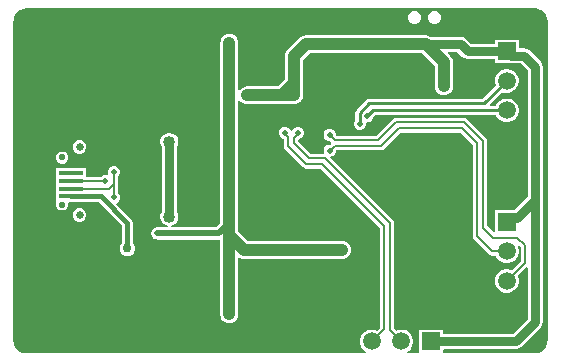
<source format=gbl>
G04*
G04 #@! TF.GenerationSoftware,Altium Limited,Altium Designer,21.2.2 (38)*
G04*
G04 Layer_Physical_Order=2*
G04 Layer_Color=16711680*
%FSLAX25Y25*%
%MOIN*%
G70*
G04*
G04 #@! TF.SameCoordinates,90EED6A2-F189-4C83-9C70-3762F5BC3ACE*
G04*
G04*
G04 #@! TF.FilePolarity,Positive*
G04*
G01*
G75*
%ADD10C,0.01000*%
%ADD19C,0.00800*%
%ADD59C,0.02000*%
%ADD60C,0.03000*%
%ADD61C,0.01500*%
%ADD62C,0.04000*%
%ADD63R,0.05906X0.05906*%
%ADD64C,0.05906*%
%ADD65R,0.05906X0.05906*%
%ADD66C,0.02165*%
%ADD67C,0.02559*%
%ADD68C,0.02000*%
%ADD69C,0.03000*%
%ADD70C,0.04000*%
%ADD71R,0.07874X0.01575*%
%ADD72R,0.03937X0.06299*%
%ADD73R,0.05512X0.07874*%
G36*
X154573Y70909D02*
Y40500D01*
X154573Y40500D01*
X154681Y39954D01*
X154991Y39491D01*
X159991Y34491D01*
X159991Y34491D01*
X160454Y34181D01*
X161000Y34073D01*
X161000Y34073D01*
X162290D01*
X162316Y33974D01*
X162837Y33073D01*
X163573Y32337D01*
X164474Y31816D01*
X165480Y31547D01*
X166520D01*
X167526Y31816D01*
X168427Y32337D01*
X169163Y33073D01*
X169684Y33974D01*
X169953Y34980D01*
Y36020D01*
X169684Y37026D01*
X169595Y37179D01*
X169995Y37486D01*
X170573Y36909D01*
Y32248D01*
X167614Y29290D01*
X167526Y29341D01*
X166520Y29610D01*
X165480D01*
X164474Y29341D01*
X163573Y28820D01*
X162837Y28084D01*
X162316Y27183D01*
X162047Y26177D01*
Y25137D01*
X162316Y24131D01*
X162837Y23230D01*
X163573Y22494D01*
X164474Y21973D01*
X165480Y21704D01*
X166520D01*
X167526Y21973D01*
X168427Y22494D01*
X169163Y23230D01*
X169684Y24131D01*
X169953Y25137D01*
Y26177D01*
X169684Y27183D01*
X169633Y27271D01*
X172525Y30163D01*
X172987Y29972D01*
Y13091D01*
X167944Y8049D01*
X144638D01*
Y9453D01*
X136732D01*
X136732Y1547D01*
X136239Y1529D01*
X132872D01*
X132738Y2029D01*
X133270Y2337D01*
X134006Y3073D01*
X134527Y3974D01*
X134796Y4980D01*
Y6020D01*
X134527Y7026D01*
X134006Y7927D01*
X133270Y8663D01*
X132369Y9184D01*
X131363Y9453D01*
X130323D01*
X129317Y9184D01*
X129229Y9133D01*
X128427Y9934D01*
Y44828D01*
X128427Y44828D01*
X128319Y45375D01*
X128009Y45838D01*
X128009Y45838D01*
X107175Y66672D01*
X107385Y67169D01*
X108037Y67439D01*
X108599Y68001D01*
X108904Y68736D01*
Y68893D01*
X109162Y69151D01*
X124078D01*
X124078Y69151D01*
X124625Y69260D01*
X125088Y69569D01*
X130591Y75073D01*
X150409D01*
X154573Y70909D01*
D02*
G37*
G36*
X5906Y116581D02*
X174699D01*
X174706Y116581D01*
X175197Y116581D01*
X175678Y116534D01*
X176334Y116448D01*
X177393Y116009D01*
X178303Y115311D01*
X179001Y114401D01*
X179440Y113342D01*
X179583Y112256D01*
X179573Y112205D01*
Y6404D01*
X179573Y6397D01*
X179573Y5906D01*
X179527Y5425D01*
X179440Y4769D01*
X179001Y3709D01*
X178303Y2799D01*
X177393Y2101D01*
X176334Y1662D01*
X175248Y1519D01*
X175197Y1529D01*
X145131D01*
X144638Y1547D01*
X144638Y2598D01*
X144992Y2951D01*
X169000D01*
X169975Y3145D01*
X170802Y3698D01*
X177338Y10233D01*
X177891Y11060D01*
X178085Y12036D01*
Y97035D01*
X177891Y98011D01*
X177338Y98838D01*
X173641Y102534D01*
X172814Y103087D01*
X171839Y103281D01*
X169953D01*
Y106138D01*
X162047D01*
Y104734D01*
X153987D01*
X152418Y106302D01*
X151591Y106855D01*
X150616Y107049D01*
X140606D01*
X140513Y107121D01*
X139783Y107423D01*
X139000Y107526D01*
X99000D01*
X98217Y107423D01*
X97487Y107121D01*
X96860Y106640D01*
X96860Y106640D01*
X92860Y102640D01*
X92379Y102013D01*
X92077Y101283D01*
X91974Y100500D01*
Y92753D01*
X89747Y90526D01*
X79500D01*
X78717Y90423D01*
X77987Y90121D01*
X77360Y89640D01*
X77057Y89245D01*
X76557Y89415D01*
Y92468D01*
X76526Y92708D01*
Y96000D01*
Y99000D01*
Y102000D01*
Y105000D01*
X76423Y105783D01*
X76121Y106513D01*
X75640Y107140D01*
X75013Y107621D01*
X74283Y107923D01*
X73500Y108026D01*
X72717Y107923D01*
X71987Y107621D01*
X71360Y107140D01*
X70880Y106513D01*
X70577Y105783D01*
X70474Y105000D01*
Y102000D01*
Y99000D01*
Y96000D01*
Y92468D01*
X70506Y92229D01*
Y45000D01*
Y44858D01*
X69187Y43539D01*
X54107D01*
X54041Y44039D01*
X54658Y44204D01*
X55342Y44599D01*
X55901Y45158D01*
X56296Y45842D01*
X56500Y46605D01*
Y47395D01*
X56296Y48158D01*
X56049Y48585D01*
Y70415D01*
X56296Y70842D01*
X56500Y71605D01*
Y72395D01*
X56296Y73158D01*
X55901Y73842D01*
X55342Y74401D01*
X54658Y74796D01*
X53895Y75000D01*
X53105D01*
X52342Y74796D01*
X51658Y74401D01*
X51099Y73842D01*
X50704Y73158D01*
X50500Y72395D01*
Y71605D01*
X50704Y70842D01*
X50951Y70415D01*
Y48585D01*
X50704Y48158D01*
X50500Y47395D01*
Y46605D01*
X50704Y45842D01*
X51099Y45158D01*
X51658Y44599D01*
X52342Y44204D01*
X52959Y44039D01*
X52893Y43539D01*
X49500D01*
X49303Y43500D01*
X49102D01*
X48917Y43423D01*
X48720Y43384D01*
X48553Y43272D01*
X48367Y43196D01*
X48225Y43053D01*
X48058Y42942D01*
X47947Y42775D01*
X47804Y42633D01*
X47728Y42447D01*
X47616Y42280D01*
X47577Y42083D01*
X47500Y41898D01*
Y41697D01*
X47461Y41500D01*
X47500Y41303D01*
Y41102D01*
X47577Y40917D01*
X47616Y40720D01*
X47728Y40553D01*
X47804Y40367D01*
X47947Y40225D01*
X48058Y40058D01*
X48225Y39946D01*
X48367Y39805D01*
X48553Y39728D01*
X48720Y39616D01*
X48917Y39577D01*
X49102Y39500D01*
X49303D01*
X49500Y39461D01*
X70032D01*
X70119Y39478D01*
X70506Y39161D01*
Y14740D01*
X70474Y14500D01*
X70577Y13717D01*
X70880Y12987D01*
X71360Y12360D01*
X71987Y11880D01*
X72717Y11577D01*
X73500Y11474D01*
X74283Y11577D01*
X75013Y11880D01*
X75640Y12360D01*
X75671Y12392D01*
X76152Y13019D01*
X76454Y13748D01*
X76557Y14532D01*
Y33156D01*
X77057Y33350D01*
X77717Y33077D01*
X78500Y32974D01*
X111000D01*
X111783Y33077D01*
X112513Y33380D01*
X113140Y33860D01*
X113620Y34487D01*
X113923Y35217D01*
X114026Y36000D01*
X113923Y36783D01*
X113620Y37513D01*
X113140Y38140D01*
X112513Y38620D01*
X111783Y38923D01*
X111000Y39026D01*
X79753D01*
X76557Y42222D01*
Y45000D01*
Y85585D01*
X77057Y85755D01*
X77360Y85360D01*
X77987Y84879D01*
X78717Y84577D01*
X79500Y84474D01*
X95000D01*
X95783Y84577D01*
X96513Y84879D01*
X97140Y85360D01*
X97620Y85987D01*
X97923Y86717D01*
X98026Y87500D01*
Y91500D01*
X98026Y91500D01*
X98026Y91500D01*
Y99247D01*
X100253Y101474D01*
X137747D01*
X141974Y97247D01*
Y90500D01*
X142077Y89717D01*
X142379Y88987D01*
X142860Y88360D01*
X143487Y87880D01*
X144217Y87577D01*
X145000Y87474D01*
X145783Y87577D01*
X146513Y87880D01*
X147140Y88360D01*
X147620Y88987D01*
X147923Y89717D01*
X148026Y90500D01*
Y98500D01*
X147923Y99283D01*
X147620Y100013D01*
X147140Y100640D01*
X146290Y101489D01*
X146482Y101951D01*
X149560D01*
X151129Y100383D01*
X151955Y99830D01*
X152931Y99636D01*
X162047D01*
Y98232D01*
X167207D01*
X167453Y98183D01*
X170783D01*
X172987Y95979D01*
Y53862D01*
X168468Y49344D01*
X167453D01*
X167207Y49295D01*
X162047D01*
Y42125D01*
X161585Y41934D01*
X159518Y44001D01*
Y72366D01*
X159518Y72366D01*
X159410Y72912D01*
X159100Y73375D01*
X152875Y79600D01*
X152412Y79910D01*
X151866Y80018D01*
X151866Y80018D01*
X129134D01*
X129134Y80018D01*
X128588Y79910D01*
X128125Y79600D01*
X122621Y74097D01*
X109221D01*
X108922Y74396D01*
Y74775D01*
X108617Y75510D01*
X108054Y76073D01*
X107319Y76377D01*
X106524D01*
X105789Y76073D01*
X105226Y75510D01*
X104922Y74775D01*
Y73979D01*
X105226Y73244D01*
X105789Y72682D01*
X106524Y72377D01*
X106903D01*
X107281Y71999D01*
X107300Y71971D01*
X107276Y71302D01*
X107108Y71134D01*
X106506D01*
X105771Y70830D01*
X105208Y70267D01*
X104904Y69532D01*
Y68736D01*
X105032Y68427D01*
X104698Y67927D01*
X100591D01*
X96427Y72091D01*
Y72765D01*
X96731Y73068D01*
X96785D01*
X97520Y73373D01*
X98083Y73935D01*
X98387Y74670D01*
Y75466D01*
X98083Y76201D01*
X97520Y76764D01*
X96785Y77068D01*
X95990D01*
X95254Y76764D01*
X94692Y76201D01*
X94407Y75514D01*
X94355Y75504D01*
X94159Y75489D01*
X93907Y75514D01*
X93639Y76163D01*
X93076Y76726D01*
X92341Y77030D01*
X91545D01*
X90810Y76726D01*
X90247Y76163D01*
X89943Y75428D01*
Y74633D01*
X90247Y73897D01*
X90810Y73335D01*
X91545Y73030D01*
X91573D01*
Y70672D01*
X91573Y70672D01*
X91681Y70125D01*
X91991Y69662D01*
X98162Y63491D01*
X98162Y63491D01*
X98625Y63181D01*
X99172Y63073D01*
X99172Y63073D01*
X103909D01*
X123573Y43409D01*
Y10091D01*
X122614Y9133D01*
X122526Y9184D01*
X121520Y9453D01*
X120480D01*
X119474Y9184D01*
X118573Y8663D01*
X117837Y7927D01*
X117316Y7026D01*
X117047Y6020D01*
Y4980D01*
X117316Y3974D01*
X117837Y3073D01*
X118573Y2337D01*
X119105Y2029D01*
X118971Y1529D01*
X6404D01*
X6397Y1529D01*
X5906Y1529D01*
X5425Y1576D01*
X4769Y1662D01*
X3709Y2101D01*
X2799Y2799D01*
X2101Y3709D01*
X1662Y4769D01*
X1519Y5854D01*
X1529Y5906D01*
Y111708D01*
X1529Y111712D01*
X1529Y112205D01*
X1576Y112686D01*
X1662Y113342D01*
X2101Y114401D01*
X2799Y115311D01*
X3709Y116009D01*
X4769Y116448D01*
X5854Y116591D01*
X5906Y116581D01*
D02*
G37*
%LPC*%
G36*
X142261Y115634D02*
X141432D01*
X140667Y115317D01*
X140081Y114731D01*
X139764Y113965D01*
Y113137D01*
X140081Y112371D01*
X140667Y111786D01*
X141432Y111469D01*
X142261D01*
X143026Y111786D01*
X143612Y112371D01*
X143929Y113137D01*
Y113965D01*
X143612Y114731D01*
X143026Y115317D01*
X142261Y115634D01*
D02*
G37*
G36*
X135568D02*
X134739D01*
X133974Y115317D01*
X133388Y114731D01*
X133071Y113965D01*
Y113137D01*
X133388Y112371D01*
X133974Y111786D01*
X134739Y111469D01*
X135568D01*
X136333Y111786D01*
X136919Y112371D01*
X137236Y113137D01*
Y113965D01*
X136919Y114731D01*
X136333Y115317D01*
X135568Y115634D01*
D02*
G37*
G36*
X166520Y96296D02*
X165480D01*
X164474Y96027D01*
X163573Y95506D01*
X162837Y94770D01*
X162316Y93869D01*
X162047Y92863D01*
Y91823D01*
X162315Y90821D01*
X157870Y86376D01*
X120206D01*
X119620Y86260D01*
X119124Y85928D01*
X115919Y82723D01*
X115587Y82227D01*
X115471Y81641D01*
Y79299D01*
X115305Y79133D01*
X115000Y78398D01*
Y77602D01*
X115305Y76867D01*
X115867Y76305D01*
X116602Y76000D01*
X117398D01*
X118133Y76305D01*
X118695Y76867D01*
X119000Y77602D01*
Y78038D01*
X119084Y78416D01*
X119462Y78500D01*
X119898D01*
X120633Y78804D01*
X121195Y79367D01*
X121500Y80102D01*
Y80337D01*
X122134Y80971D01*
X162319D01*
X162837Y80073D01*
X163573Y79337D01*
X164474Y78816D01*
X165480Y78547D01*
X166520D01*
X167526Y78816D01*
X168427Y79337D01*
X169163Y80073D01*
X169684Y80974D01*
X169953Y81980D01*
Y83020D01*
X169684Y84026D01*
X169163Y84927D01*
X168427Y85663D01*
X167526Y86184D01*
X166520Y86453D01*
X165480D01*
X164474Y86184D01*
X163573Y85663D01*
X162837Y84927D01*
X162319Y84029D01*
X160503D01*
X160311Y84491D01*
X164478Y88658D01*
X165480Y88390D01*
X166520D01*
X167526Y88659D01*
X168427Y89180D01*
X169163Y89916D01*
X169684Y90817D01*
X169953Y91823D01*
Y92863D01*
X169684Y93869D01*
X169163Y94770D01*
X168427Y95506D01*
X167526Y96027D01*
X166520Y96296D01*
D02*
G37*
G36*
X24030Y72658D02*
X23124D01*
X22286Y72311D01*
X21644Y71669D01*
X21297Y70831D01*
Y69925D01*
X21644Y69087D01*
X22286Y68445D01*
X23124Y68098D01*
X24030D01*
X24868Y68445D01*
X25510Y69087D01*
X25857Y69925D01*
Y70831D01*
X25510Y71669D01*
X24868Y72311D01*
X24030Y72658D01*
D02*
G37*
G36*
X18162Y68956D02*
X17334D01*
X16568Y68639D01*
X15982Y68053D01*
X15665Y67287D01*
Y66459D01*
X15982Y65693D01*
X16568Y65107D01*
X17334Y64790D01*
X18162D01*
X18928Y65107D01*
X19514Y65693D01*
X19831Y66459D01*
Y67287D01*
X19514Y68053D01*
X18928Y68639D01*
X18162Y68956D01*
D02*
G37*
G36*
X35398Y63957D02*
X34602D01*
X33867Y63652D01*
X33305Y63090D01*
X33000Y62355D01*
Y61559D01*
X33101Y61315D01*
X32718Y60932D01*
X32544Y61005D01*
X31749D01*
X31014Y60700D01*
X30741Y60427D01*
X25655D01*
Y63347D01*
X15781D01*
Y59773D01*
Y57213D01*
Y54653D01*
Y52093D01*
X15781D01*
X15851Y51988D01*
X15665Y51539D01*
Y50711D01*
X15982Y49945D01*
X16568Y49359D01*
X17334Y49042D01*
X18162D01*
X18928Y49359D01*
X19514Y49945D01*
X19831Y50711D01*
Y51539D01*
X19774Y51677D01*
X20052Y52093D01*
X25655D01*
Y52096D01*
X29881D01*
X37716Y44261D01*
Y38251D01*
X37381Y37916D01*
X37000Y36997D01*
Y36003D01*
X37381Y35084D01*
X38084Y34381D01*
X39003Y34000D01*
X39997D01*
X40916Y34381D01*
X41619Y35084D01*
X42000Y36003D01*
Y36997D01*
X41619Y37916D01*
X41284Y38251D01*
Y45000D01*
X41148Y45683D01*
X40762Y46262D01*
X40762Y46262D01*
X35805Y51219D01*
X35902Y51709D01*
X36133Y51805D01*
X36696Y52367D01*
X37000Y53102D01*
Y53898D01*
X36696Y54633D01*
X36427Y54901D01*
Y58000D01*
Y60556D01*
X36696Y60824D01*
X37000Y61559D01*
Y62355D01*
X36696Y63090D01*
X36133Y63652D01*
X35398Y63957D01*
D02*
G37*
G36*
X24030Y49902D02*
X23124D01*
X22286Y49554D01*
X21644Y48913D01*
X21297Y48075D01*
Y47169D01*
X21644Y46331D01*
X22286Y45689D01*
X23124Y45342D01*
X24030D01*
X24868Y45689D01*
X25510Y46331D01*
X25857Y47169D01*
Y48075D01*
X25510Y48913D01*
X24868Y49554D01*
X24030Y49902D01*
D02*
G37*
%LPD*%
D10*
X117000Y81641D02*
X120206Y84847D01*
X158504D02*
X166000Y92343D01*
X120206Y84847D02*
X158504D01*
X117000Y78000D02*
Y81641D01*
X121500Y82500D02*
X166000D01*
X119500Y80500D02*
X121500Y82500D01*
D19*
X99172Y64500D02*
X104500D01*
X93000Y70672D02*
X99172Y64500D01*
X93000Y70672D02*
Y73649D01*
X100000Y66500D02*
X105328D01*
X95000Y71500D02*
Y73356D01*
Y71500D02*
X100000Y66500D01*
X127000Y9343D02*
Y44828D01*
X104500Y64500D02*
X125000Y44000D01*
Y9500D02*
Y44000D01*
X105328Y66500D02*
X127000Y44828D01*
X121000Y5500D02*
X125000Y9500D01*
X127000Y9343D02*
X130843Y5500D01*
X91943Y74706D02*
X93000Y73649D01*
X91943Y74706D02*
Y75030D01*
X96387Y74743D02*
Y75068D01*
X95000Y73356D02*
X96387Y74743D01*
X129134Y78591D02*
X151866D01*
X158091Y43409D02*
Y72366D01*
X130000Y76500D02*
X151000D01*
X156000Y40500D02*
Y71500D01*
X151866Y78591D02*
X158091Y72366D01*
X151000Y76500D02*
X156000Y71500D01*
X123212Y72669D02*
X129134Y78591D01*
X124078Y70578D02*
X130000Y76500D01*
X108630Y72669D02*
X123212D01*
X108571Y70578D02*
X124078D01*
X161000Y35500D02*
X166000D01*
X156000Y40500D02*
X161000Y35500D01*
X166000Y25657D02*
X172000Y31657D01*
Y37500D01*
X161500Y40000D02*
X169500D01*
X172000Y37500D01*
X158091Y43409D02*
X161500Y40000D01*
X106922Y74377D02*
X108630Y72669D01*
X106904Y69134D02*
X107127D01*
X108571Y70578D01*
X35000Y53500D02*
Y58000D01*
Y61957D01*
X33440Y56440D02*
X35000Y58000D01*
X20719Y56440D02*
X33440D01*
X32142Y59000D02*
X32147Y59004D01*
X20719Y59000D02*
X32142D01*
X20688Y56470D02*
X20719Y56440D01*
D59*
X49500Y41500D02*
X70032D01*
X73532Y45000D01*
D60*
X167453Y100732D02*
X171839D01*
X175536Y97035D01*
Y12036D02*
Y97035D01*
X167453Y46795D02*
X169524D01*
X175536Y52806D02*
X175536D01*
X166000Y45342D02*
X167453Y46795D01*
X169524D02*
X175536Y52806D01*
X169000Y5500D02*
X175536Y12036D01*
X140685Y5500D02*
X169000D01*
X166000Y102185D02*
X167453Y100732D01*
X139000Y104500D02*
X150616D01*
X152931Y102185D02*
X166000D01*
X150616Y104500D02*
X152931Y102185D01*
X53500Y47000D02*
Y72000D01*
D61*
X39500Y36500D02*
Y45000D01*
X30620Y53880D02*
X39500Y45000D01*
X20719Y53880D02*
X30620D01*
D62*
X73532Y45000D02*
Y92468D01*
Y40968D02*
Y45000D01*
X73500Y14500D02*
X73532Y14532D01*
Y40968D01*
X73500Y92468D02*
Y96000D01*
X98000Y36000D02*
X111000D01*
X84000D02*
X98000D01*
X78500D02*
X84000D01*
X73532Y40968D02*
X78500Y36000D01*
X73500Y102000D02*
Y105000D01*
Y99000D02*
Y102000D01*
Y96000D02*
Y99000D01*
X114500Y104500D02*
X139000D01*
X100000D02*
X114500D01*
X99000D02*
X100000D01*
X95000Y91500D02*
Y100500D01*
Y87500D02*
Y91500D01*
X91500Y88000D02*
X95000Y91500D01*
X91500Y87500D02*
Y88000D01*
Y87500D02*
X95000D01*
X86500D02*
X91500D01*
X83000D02*
X86500D01*
X79500D02*
X83000D01*
X145000Y90500D02*
Y98500D01*
X139000Y104500D02*
X145000Y98500D01*
X95000Y100500D02*
X99000Y104500D01*
D63*
X140685Y5500D02*
D03*
D64*
X130843D02*
D03*
X121000D02*
D03*
X111158D02*
D03*
X166000Y35500D02*
D03*
Y25657D02*
D03*
Y15815D02*
D03*
Y92343D02*
D03*
Y82500D02*
D03*
Y72658D02*
D03*
D65*
Y45342D02*
D03*
Y102185D02*
D03*
D66*
X17748Y51125D02*
D03*
Y66873D02*
D03*
D67*
X23577Y47622D02*
D03*
Y70378D02*
D03*
D68*
X60000Y20000D02*
D03*
X160000D02*
D03*
Y30000D02*
D03*
Y75000D02*
D03*
Y95000D02*
D03*
X150000Y70000D02*
D03*
X95000Y55000D02*
D03*
Y60000D02*
D03*
X100000D02*
D03*
X150000D02*
D03*
Y50000D02*
D03*
Y40000D02*
D03*
X130000Y30000D02*
D03*
X140000D02*
D03*
X150000D02*
D03*
Y20000D02*
D03*
X140000D02*
D03*
X130000D02*
D03*
X120000D02*
D03*
X110000D02*
D03*
X100000Y55000D02*
D03*
Y20000D02*
D03*
Y10000D02*
D03*
X90000D02*
D03*
Y20000D02*
D03*
X80000D02*
D03*
Y10000D02*
D03*
X60000Y70000D02*
D03*
Y80000D02*
D03*
X35000Y85000D02*
D03*
Y100000D02*
D03*
X25000Y30000D02*
D03*
Y20000D02*
D03*
Y10000D02*
D03*
X15000Y30000D02*
D03*
Y20000D02*
D03*
Y10000D02*
D03*
X5000D02*
D03*
Y20000D02*
D03*
Y30000D02*
D03*
Y60000D02*
D03*
X60000Y90000D02*
D03*
X50000D02*
D03*
X150000Y100000D02*
D03*
X170000Y110000D02*
D03*
X160000D02*
D03*
X150000D02*
D03*
X110000D02*
D03*
X100000D02*
D03*
X90000D02*
D03*
X80000D02*
D03*
X60000D02*
D03*
X50000D02*
D03*
X5000Y90000D02*
D03*
X15000D02*
D03*
X25000Y110000D02*
D03*
X5000Y100000D02*
D03*
X15000D02*
D03*
Y110000D02*
D03*
X5000D02*
D03*
X49500Y41500D02*
D03*
X39500Y51500D02*
D03*
X63500Y45500D02*
D03*
Y50000D02*
D03*
Y53500D02*
D03*
X85500Y78500D02*
D03*
X80500D02*
D03*
Y82500D02*
D03*
X85500D02*
D03*
X98500Y85500D02*
D03*
X73647Y50205D02*
D03*
X111000Y36000D02*
D03*
X84000D02*
D03*
X98000D02*
D03*
X95000Y87500D02*
D03*
X91500D02*
D03*
X86500D02*
D03*
X83000D02*
D03*
X79500D02*
D03*
X73532Y92468D02*
D03*
X73500Y96000D02*
D03*
Y99000D02*
D03*
Y102000D02*
D03*
Y105000D02*
D03*
X91943Y75030D02*
D03*
X96387Y75068D02*
D03*
X106904Y69134D02*
D03*
X106922Y74377D02*
D03*
X119500Y80500D02*
D03*
X117000Y78000D02*
D03*
X123000Y58000D02*
D03*
X128000D02*
D03*
X133012Y52172D02*
D03*
X142516Y45083D02*
D03*
X146000Y48567D02*
D03*
Y54587D02*
D03*
Y60606D02*
D03*
X139000Y70000D02*
D03*
X35000Y53500D02*
D03*
X32147Y59004D02*
D03*
X35000Y61957D02*
D03*
D69*
X39500Y36500D02*
D03*
X73500Y14500D02*
D03*
X139000Y104500D02*
D03*
X145000Y90500D02*
D03*
X114500Y104500D02*
D03*
X100000D02*
D03*
D70*
X53500Y47000D02*
D03*
Y72000D02*
D03*
D71*
X20719Y64120D02*
D03*
Y61560D02*
D03*
Y59000D02*
D03*
Y56440D02*
D03*
Y53880D02*
D03*
D72*
X18550Y71598D02*
D03*
Y46402D02*
D03*
D73*
X9283Y46401D02*
D03*
Y71599D02*
D03*
M02*

</source>
